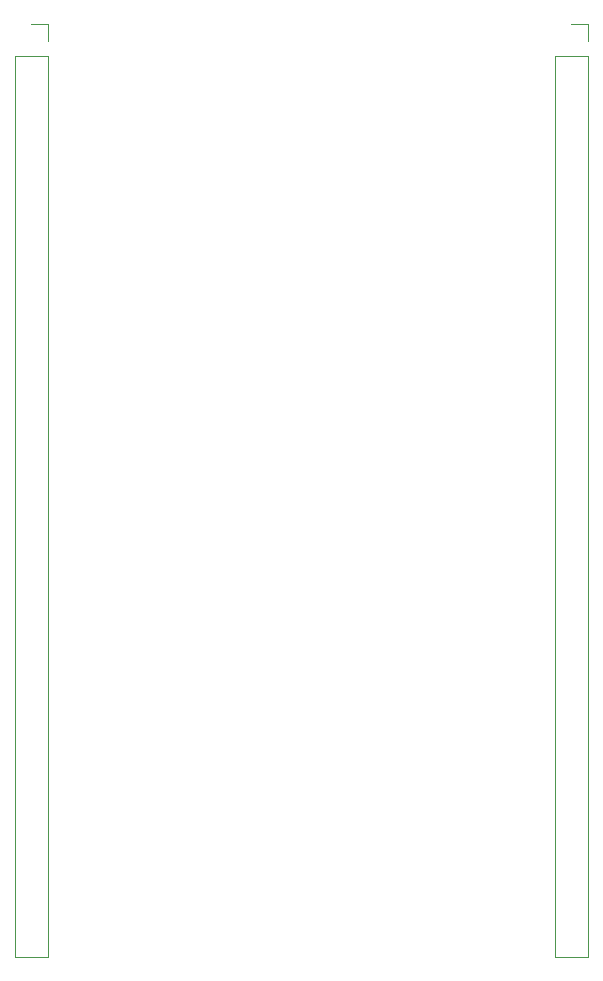
<source format=gbo>
G04 #@! TF.GenerationSoftware,KiCad,Pcbnew,9.0.1*
G04 #@! TF.CreationDate,2025-04-04T22:38:55+02:00*
G04 #@! TF.ProjectId,80286,38303238-362e-46b6-9963-61645f706362,rev?*
G04 #@! TF.SameCoordinates,Original*
G04 #@! TF.FileFunction,Legend,Bot*
G04 #@! TF.FilePolarity,Positive*
%FSLAX46Y46*%
G04 Gerber Fmt 4.6, Leading zero omitted, Abs format (unit mm)*
G04 Created by KiCad (PCBNEW 9.0.1) date 2025-04-04 22:38:55*
%MOMM*%
%LPD*%
G01*
G04 APERTURE LIST*
%ADD10C,0.120000*%
%ADD11C,1.422400*%
%ADD12R,1.422400X1.422400*%
%ADD13C,1.700000*%
%ADD14R,1.700000X1.700000*%
G04 APERTURE END LIST*
D10*
X52180000Y-127530000D02*
X49420000Y-127530000D01*
X52180000Y-51220000D02*
X52180000Y-127530000D01*
X52180000Y-51220000D02*
X49420000Y-51220000D01*
X52180000Y-49950000D02*
X52180000Y-48570000D01*
X52180000Y-48570000D02*
X50800000Y-48570000D01*
X49420000Y-51220000D02*
X49420000Y-127530000D01*
X95140000Y-51230000D02*
X95140000Y-127540000D01*
X97900000Y-48580000D02*
X96520000Y-48580000D01*
X97900000Y-49960000D02*
X97900000Y-48580000D01*
X97900000Y-51230000D02*
X95140000Y-51230000D01*
X97900000Y-51230000D02*
X97900000Y-127540000D01*
X97900000Y-127540000D02*
X95140000Y-127540000D01*
%LPC*%
D11*
X76200000Y-77900000D03*
X76200000Y-75360000D03*
X78740000Y-77900000D03*
X78740000Y-75360000D03*
X81280000Y-77900000D03*
X81280000Y-75360000D03*
X83820000Y-77900000D03*
X83820000Y-75360000D03*
X86360000Y-77900000D03*
X83820000Y-80440000D03*
X86360000Y-80440000D03*
X83820000Y-82980000D03*
X86360000Y-82980000D03*
X83820000Y-85520000D03*
X86360000Y-85520000D03*
X83820000Y-88060000D03*
X86360000Y-88060000D03*
X83820000Y-90600000D03*
X86360000Y-90600000D03*
X83820000Y-93140000D03*
X86360000Y-93140000D03*
X83820000Y-95680000D03*
X86360000Y-95680000D03*
X83820000Y-98220000D03*
X86360000Y-98220000D03*
X83820000Y-100760000D03*
X81280000Y-98220000D03*
X81280000Y-100760000D03*
X78740000Y-98220000D03*
X78740000Y-100760000D03*
X76200000Y-98220000D03*
X76200000Y-100760000D03*
X73660000Y-98220000D03*
X73660000Y-100760000D03*
X71120000Y-98220000D03*
X71120000Y-100760000D03*
X68580000Y-98220000D03*
X68580000Y-100760000D03*
X66040000Y-98220000D03*
X66040000Y-100760000D03*
X63500000Y-98220000D03*
X63500000Y-100760000D03*
X60960000Y-98220000D03*
X63500000Y-95680000D03*
X60960000Y-95680000D03*
X63500000Y-93140000D03*
X60960000Y-93140000D03*
X63500000Y-90600000D03*
X60960000Y-90600000D03*
X63500000Y-88060000D03*
X60960000Y-88060000D03*
X63500000Y-85520000D03*
X60960000Y-85520000D03*
X63500000Y-82980000D03*
X60960000Y-82980000D03*
X63500000Y-80440000D03*
X60960000Y-80440000D03*
X63500000Y-77900000D03*
X60960000Y-77900000D03*
X63500000Y-75360000D03*
X66040000Y-77900000D03*
X66040000Y-75360000D03*
X68580000Y-77900000D03*
X68580000Y-75360000D03*
X71120000Y-77900000D03*
X71120000Y-75360000D03*
X73660000Y-77900000D03*
D12*
X73660000Y-75360000D03*
D13*
X50800000Y-126150000D03*
X50800000Y-123610000D03*
X50800000Y-121070000D03*
X50800000Y-118530000D03*
X50800000Y-115990000D03*
X50800000Y-113450000D03*
X50800000Y-110910000D03*
X50800000Y-108370000D03*
X50800000Y-105830000D03*
X50800000Y-103290000D03*
X50800000Y-100750000D03*
X50800000Y-98210000D03*
X50800000Y-95670000D03*
X50800000Y-93130000D03*
X50800000Y-90590000D03*
X50800000Y-88050000D03*
X50800000Y-85510000D03*
X50800000Y-82970000D03*
X50800000Y-80430000D03*
X50800000Y-77890000D03*
X50800000Y-75350000D03*
X50800000Y-72810000D03*
X50800000Y-70270000D03*
X50800000Y-67730000D03*
X50800000Y-65190000D03*
X50800000Y-62650000D03*
X50800000Y-60110000D03*
X50800000Y-57570000D03*
X50800000Y-55030000D03*
X50800000Y-52490000D03*
X50800000Y-49950000D03*
D14*
X96520000Y-49960000D03*
D13*
X96520000Y-70280000D03*
D14*
X96520000Y-126160000D03*
D13*
X96520000Y-123620000D03*
X96520000Y-121080000D03*
X96520000Y-118540000D03*
X96520000Y-116000000D03*
X96520000Y-113460000D03*
X96520000Y-110920000D03*
X96520000Y-108380000D03*
X96520000Y-105840000D03*
X96520000Y-103300000D03*
X96520000Y-100760000D03*
X96520000Y-98220000D03*
X96520000Y-95680000D03*
X96520000Y-93140000D03*
X96520000Y-90600000D03*
X96520000Y-88060000D03*
X96520000Y-85520000D03*
X96520000Y-82980000D03*
X96520000Y-80440000D03*
X96520000Y-77900000D03*
X96520000Y-75360000D03*
X96520000Y-72820000D03*
X96520000Y-67740000D03*
X96520000Y-65200000D03*
X96520000Y-62660000D03*
X96520000Y-60120000D03*
X96520000Y-57580000D03*
D14*
X96520000Y-55040000D03*
D13*
X96520000Y-52500000D03*
%LPD*%
M02*

</source>
